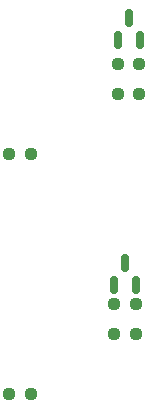
<source format=gbr>
%TF.GenerationSoftware,KiCad,Pcbnew,(6.0.9)*%
%TF.CreationDate,2023-03-27T14:38:09-08:00*%
%TF.ProjectId,ABSIS_ALE Relay Module,41425349-535f-4414-9c45-2052656c6179,1*%
%TF.SameCoordinates,Original*%
%TF.FileFunction,Paste,Top*%
%TF.FilePolarity,Positive*%
%FSLAX46Y46*%
G04 Gerber Fmt 4.6, Leading zero omitted, Abs format (unit mm)*
G04 Created by KiCad (PCBNEW (6.0.9)) date 2023-03-27 14:38:09*
%MOMM*%
%LPD*%
G01*
G04 APERTURE LIST*
G04 Aperture macros list*
%AMRoundRect*
0 Rectangle with rounded corners*
0 $1 Rounding radius*
0 $2 $3 $4 $5 $6 $7 $8 $9 X,Y pos of 4 corners*
0 Add a 4 corners polygon primitive as box body*
4,1,4,$2,$3,$4,$5,$6,$7,$8,$9,$2,$3,0*
0 Add four circle primitives for the rounded corners*
1,1,$1+$1,$2,$3*
1,1,$1+$1,$4,$5*
1,1,$1+$1,$6,$7*
1,1,$1+$1,$8,$9*
0 Add four rect primitives between the rounded corners*
20,1,$1+$1,$2,$3,$4,$5,0*
20,1,$1+$1,$4,$5,$6,$7,0*
20,1,$1+$1,$6,$7,$8,$9,0*
20,1,$1+$1,$8,$9,$2,$3,0*%
G04 Aperture macros list end*
%ADD10RoundRect,0.150000X0.150000X-0.587500X0.150000X0.587500X-0.150000X0.587500X-0.150000X-0.587500X0*%
%ADD11RoundRect,0.237500X-0.250000X-0.237500X0.250000X-0.237500X0.250000X0.237500X-0.250000X0.237500X0*%
%ADD12RoundRect,0.237500X0.250000X0.237500X-0.250000X0.237500X-0.250000X-0.237500X0.250000X-0.237500X0*%
G04 APERTURE END LIST*
D10*
%TO.C,Q2*%
X18880000Y36937500D03*
X20780000Y36937500D03*
X19830000Y38812500D03*
%TD*%
%TO.C,Q3*%
X18565000Y16252500D03*
X20465000Y16252500D03*
X19515000Y18127500D03*
%TD*%
D11*
%TO.C,R1*%
X18880000Y32430000D03*
X20705000Y32430000D03*
%TD*%
%TO.C,R2*%
X18880000Y34970000D03*
X20705000Y34970000D03*
%TD*%
%TO.C,R3*%
X9712500Y27350000D03*
X11537500Y27350000D03*
%TD*%
D12*
%TO.C,R5*%
X20427500Y12110000D03*
X18602500Y12110000D03*
%TD*%
D11*
%TO.C,R4*%
X18602500Y14650000D03*
X20427500Y14650000D03*
%TD*%
%TO.C,R6*%
X9712500Y7030000D03*
X11537500Y7030000D03*
%TD*%
M02*

</source>
